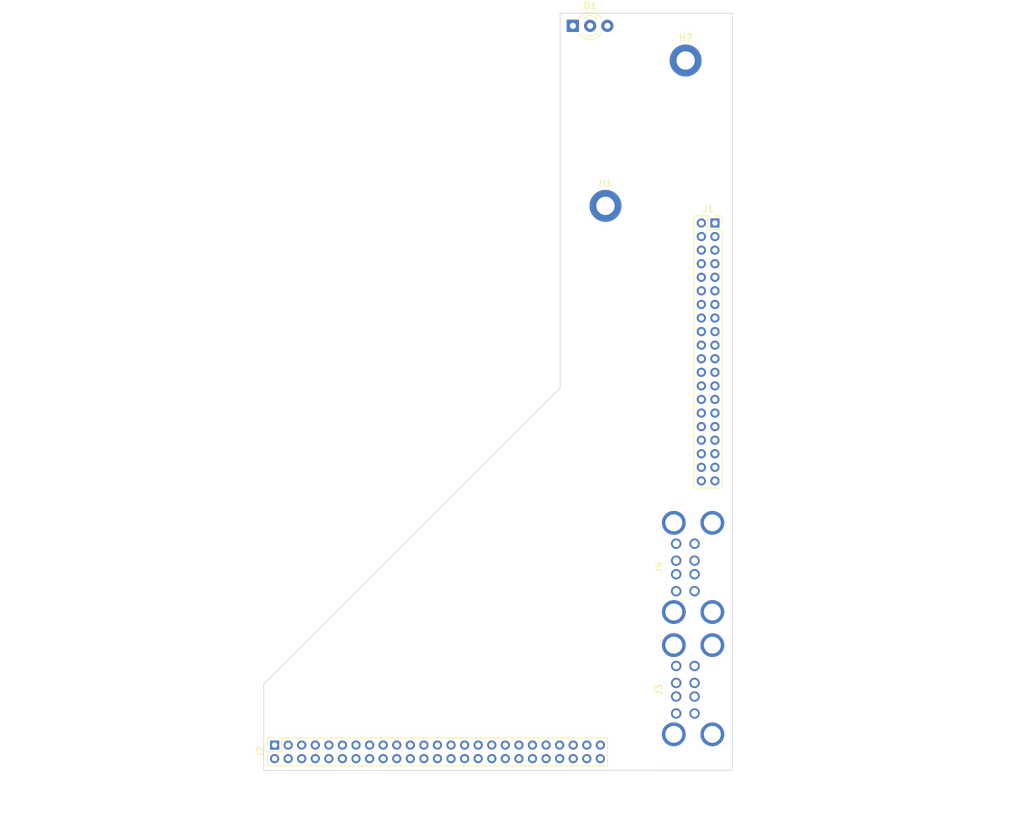
<source format=kicad_pcb>
(kicad_pcb (version 20171130) (host pcbnew "(5.1.5)-3")

  (general
    (thickness 1.6)
    (drawings 7)
    (tracks 0)
    (zones 0)
    (modules 7)
    (nets 43)
  )

  (page A4)
  (layers
    (0 F.Cu signal)
    (31 B.Cu signal)
    (32 B.Adhes user)
    (33 F.Adhes user)
    (34 B.Paste user)
    (35 F.Paste user)
    (36 B.SilkS user)
    (37 F.SilkS user)
    (38 B.Mask user)
    (39 F.Mask user)
    (40 Dwgs.User user)
    (41 Cmts.User user)
    (42 Eco1.User user)
    (43 Eco2.User user)
    (44 Edge.Cuts user)
    (45 Margin user)
    (46 B.CrtYd user)
    (47 F.CrtYd user)
    (48 B.Fab user)
    (49 F.Fab user)
  )

  (setup
    (last_trace_width 0.25)
    (trace_clearance 0.2)
    (zone_clearance 0.508)
    (zone_45_only no)
    (trace_min 0.2)
    (via_size 0.8)
    (via_drill 0.4)
    (via_min_size 0.4)
    (via_min_drill 0.3)
    (uvia_size 0.3)
    (uvia_drill 0.1)
    (uvias_allowed no)
    (uvia_min_size 0.2)
    (uvia_min_drill 0.1)
    (edge_width 0.05)
    (segment_width 0.2)
    (pcb_text_width 0.3)
    (pcb_text_size 1.5 1.5)
    (mod_edge_width 0.12)
    (mod_text_size 1 1)
    (mod_text_width 0.15)
    (pad_size 1.524 1.524)
    (pad_drill 0.762)
    (pad_to_mask_clearance 0.051)
    (solder_mask_min_width 0.25)
    (aux_axis_origin 0 0)
    (visible_elements 7FFFFFFF)
    (pcbplotparams
      (layerselection 0x010fc_ffffffff)
      (usegerberextensions false)
      (usegerberattributes false)
      (usegerberadvancedattributes false)
      (creategerberjobfile false)
      (excludeedgelayer true)
      (linewidth 0.100000)
      (plotframeref false)
      (viasonmask false)
      (mode 1)
      (useauxorigin false)
      (hpglpennumber 1)
      (hpglpenspeed 20)
      (hpglpendiameter 15.000000)
      (psnegative false)
      (psa4output false)
      (plotreference true)
      (plotvalue true)
      (plotinvisibletext false)
      (padsonsilk false)
      (subtractmaskfromsilk false)
      (outputformat 1)
      (mirror false)
      (drillshape 1)
      (scaleselection 1)
      (outputdirectory ""))
  )

  (net 0 "")
  (net 1 LED_PWR)
  (net 2 GND)
  (net 3 LED_CHRG)
  (net 4 +3V3)
  (net 5 +5V)
  (net 6 GPIO2)
  (net 7 GPIO3)
  (net 8 GPIO4)
  (net 9 GPIO14)
  (net 10 GPIO15)
  (net 11 GPIO17)
  (net 12 GPIO18)
  (net 13 GPIO27)
  (net 14 GPIO22)
  (net 15 GPIO23)
  (net 16 GPIO24)
  (net 17 GPIO10)
  (net 18 GPIO9)
  (net 19 GPIO25)
  (net 20 GPIO11)
  (net 21 GPIO8)
  (net 22 GPIO7)
  (net 23 GPIO0)
  (net 24 GPIO1)
  (net 25 GPIO5)
  (net 26 GPIO6)
  (net 27 GPIO12)
  (net 28 GPIO13)
  (net 29 GPIO19)
  (net 30 GPIO16)
  (net 31 GPIO26)
  (net 32 GPIO20)
  (net 33 GPIO21)
  (net 34 GNDD)
  (net 35 USB0_DN)
  (net 36 USB0_DP)
  (net 37 USB1_DN)
  (net 38 USB1_DP)
  (net 39 USB2_DN)
  (net 40 USB2_DP)
  (net 41 USB3_DN)
  (net 42 USB3_DP)

  (net_class Default "This is the default net class."
    (clearance 0.2)
    (trace_width 0.25)
    (via_dia 0.8)
    (via_drill 0.4)
    (uvia_dia 0.3)
    (uvia_drill 0.1)
    (add_net +3V3)
    (add_net +5V)
    (add_net GND)
    (add_net GNDD)
    (add_net GPIO0)
    (add_net GPIO1)
    (add_net GPIO10)
    (add_net GPIO11)
    (add_net GPIO12)
    (add_net GPIO13)
    (add_net GPIO14)
    (add_net GPIO15)
    (add_net GPIO16)
    (add_net GPIO17)
    (add_net GPIO18)
    (add_net GPIO19)
    (add_net GPIO2)
    (add_net GPIO20)
    (add_net GPIO21)
    (add_net GPIO22)
    (add_net GPIO23)
    (add_net GPIO24)
    (add_net GPIO25)
    (add_net GPIO26)
    (add_net GPIO27)
    (add_net GPIO3)
    (add_net GPIO4)
    (add_net GPIO5)
    (add_net GPIO6)
    (add_net GPIO7)
    (add_net GPIO8)
    (add_net GPIO9)
    (add_net LED_CHRG)
    (add_net LED_PWR)
    (add_net USB0_DN)
    (add_net USB0_DP)
    (add_net USB1_DN)
    (add_net USB1_DP)
    (add_net USB2_DN)
    (add_net USB2_DP)
    (add_net USB3_DN)
    (add_net USB3_DP)
  )

  (module Socket_Strips:Socket_Strip_Straight_2x20_Pitch2.00mm (layer F.Cu) (tedit 58CD5450) (tstamp 5E502B17)
    (at 175.26 55.9968)
    (descr "Through hole straight socket strip, 2x20, 2.00mm pitch, double rows")
    (tags "Through hole socket strip THT 2x20 2.00mm double row")
    (path /5E560C00)
    (fp_text reference J1 (at -1 -2.06) (layer F.SilkS)
      (effects (font (size 1 1) (thickness 0.15)))
    )
    (fp_text value "Pi 40pin out" (at -1 40.06) (layer F.Fab)
      (effects (font (size 1 1) (thickness 0.15)))
    )
    (fp_line (start -3 -1) (end -3 39) (layer F.Fab) (width 0.1))
    (fp_line (start -3 39) (end 1 39) (layer F.Fab) (width 0.1))
    (fp_line (start 1 39) (end 1 -1) (layer F.Fab) (width 0.1))
    (fp_line (start 1 -1) (end -3 -1) (layer F.Fab) (width 0.1))
    (fp_line (start 1.06 1) (end 1.06 39.06) (layer F.SilkS) (width 0.12))
    (fp_line (start 1.06 39.06) (end -3.06 39.06) (layer F.SilkS) (width 0.12))
    (fp_line (start -3.06 39.06) (end -3.06 -1.06) (layer F.SilkS) (width 0.12))
    (fp_line (start -3.06 -1.06) (end -1 -1.06) (layer F.SilkS) (width 0.12))
    (fp_line (start -1 -1.06) (end -1 1) (layer F.SilkS) (width 0.12))
    (fp_line (start -1 1) (end 1.06 1) (layer F.SilkS) (width 0.12))
    (fp_line (start 1.06 0) (end 1.06 -1.06) (layer F.SilkS) (width 0.12))
    (fp_line (start 1.06 -1.06) (end 0.06 -1.06) (layer F.SilkS) (width 0.12))
    (fp_line (start -3.5 -1.5) (end -3.5 39.5) (layer F.CrtYd) (width 0.05))
    (fp_line (start -3.5 39.5) (end 1.5 39.5) (layer F.CrtYd) (width 0.05))
    (fp_line (start 1.5 39.5) (end 1.5 -1.5) (layer F.CrtYd) (width 0.05))
    (fp_line (start 1.5 -1.5) (end -3.5 -1.5) (layer F.CrtYd) (width 0.05))
    (fp_text user %R (at -1 -2.06) (layer F.Fab)
      (effects (font (size 1 1) (thickness 0.15)))
    )
    (pad 1 thru_hole rect (at 0 0) (size 1.35 1.35) (drill 0.8) (layers *.Cu *.Mask)
      (net 4 +3V3))
    (pad 2 thru_hole oval (at -2 0) (size 1.35 1.35) (drill 0.8) (layers *.Cu *.Mask)
      (net 5 +5V))
    (pad 3 thru_hole oval (at 0 2) (size 1.35 1.35) (drill 0.8) (layers *.Cu *.Mask)
      (net 6 GPIO2))
    (pad 4 thru_hole oval (at -2 2) (size 1.35 1.35) (drill 0.8) (layers *.Cu *.Mask)
      (net 5 +5V))
    (pad 5 thru_hole oval (at 0 4) (size 1.35 1.35) (drill 0.8) (layers *.Cu *.Mask)
      (net 7 GPIO3))
    (pad 6 thru_hole oval (at -2 4) (size 1.35 1.35) (drill 0.8) (layers *.Cu *.Mask)
      (net 2 GND))
    (pad 7 thru_hole oval (at 0 6) (size 1.35 1.35) (drill 0.8) (layers *.Cu *.Mask)
      (net 8 GPIO4))
    (pad 8 thru_hole oval (at -2 6) (size 1.35 1.35) (drill 0.8) (layers *.Cu *.Mask)
      (net 9 GPIO14))
    (pad 9 thru_hole oval (at 0 8) (size 1.35 1.35) (drill 0.8) (layers *.Cu *.Mask)
      (net 2 GND))
    (pad 10 thru_hole oval (at -2 8) (size 1.35 1.35) (drill 0.8) (layers *.Cu *.Mask)
      (net 10 GPIO15))
    (pad 11 thru_hole oval (at 0 10) (size 1.35 1.35) (drill 0.8) (layers *.Cu *.Mask)
      (net 11 GPIO17))
    (pad 12 thru_hole oval (at -2 10) (size 1.35 1.35) (drill 0.8) (layers *.Cu *.Mask)
      (net 12 GPIO18))
    (pad 13 thru_hole oval (at 0 12) (size 1.35 1.35) (drill 0.8) (layers *.Cu *.Mask)
      (net 13 GPIO27))
    (pad 14 thru_hole oval (at -2 12) (size 1.35 1.35) (drill 0.8) (layers *.Cu *.Mask)
      (net 2 GND))
    (pad 15 thru_hole oval (at 0 14) (size 1.35 1.35) (drill 0.8) (layers *.Cu *.Mask)
      (net 14 GPIO22))
    (pad 16 thru_hole oval (at -2 14) (size 1.35 1.35) (drill 0.8) (layers *.Cu *.Mask)
      (net 15 GPIO23))
    (pad 17 thru_hole oval (at 0 16) (size 1.35 1.35) (drill 0.8) (layers *.Cu *.Mask)
      (net 4 +3V3))
    (pad 18 thru_hole oval (at -2 16) (size 1.35 1.35) (drill 0.8) (layers *.Cu *.Mask)
      (net 16 GPIO24))
    (pad 19 thru_hole oval (at 0 18) (size 1.35 1.35) (drill 0.8) (layers *.Cu *.Mask)
      (net 17 GPIO10))
    (pad 20 thru_hole oval (at -2 18) (size 1.35 1.35) (drill 0.8) (layers *.Cu *.Mask)
      (net 2 GND))
    (pad 21 thru_hole oval (at 0 20) (size 1.35 1.35) (drill 0.8) (layers *.Cu *.Mask)
      (net 18 GPIO9))
    (pad 22 thru_hole oval (at -2 20) (size 1.35 1.35) (drill 0.8) (layers *.Cu *.Mask)
      (net 19 GPIO25))
    (pad 23 thru_hole oval (at 0 22) (size 1.35 1.35) (drill 0.8) (layers *.Cu *.Mask)
      (net 20 GPIO11))
    (pad 24 thru_hole oval (at -2 22) (size 1.35 1.35) (drill 0.8) (layers *.Cu *.Mask)
      (net 21 GPIO8))
    (pad 25 thru_hole oval (at 0 24) (size 1.35 1.35) (drill 0.8) (layers *.Cu *.Mask)
      (net 2 GND))
    (pad 26 thru_hole oval (at -2 24) (size 1.35 1.35) (drill 0.8) (layers *.Cu *.Mask)
      (net 22 GPIO7))
    (pad 27 thru_hole oval (at 0 26) (size 1.35 1.35) (drill 0.8) (layers *.Cu *.Mask)
      (net 23 GPIO0))
    (pad 28 thru_hole oval (at -2 26) (size 1.35 1.35) (drill 0.8) (layers *.Cu *.Mask)
      (net 24 GPIO1))
    (pad 29 thru_hole oval (at 0 28) (size 1.35 1.35) (drill 0.8) (layers *.Cu *.Mask)
      (net 25 GPIO5))
    (pad 30 thru_hole oval (at -2 28) (size 1.35 1.35) (drill 0.8) (layers *.Cu *.Mask)
      (net 2 GND))
    (pad 31 thru_hole oval (at 0 30) (size 1.35 1.35) (drill 0.8) (layers *.Cu *.Mask)
      (net 26 GPIO6))
    (pad 32 thru_hole oval (at -2 30) (size 1.35 1.35) (drill 0.8) (layers *.Cu *.Mask)
      (net 27 GPIO12))
    (pad 33 thru_hole oval (at 0 32) (size 1.35 1.35) (drill 0.8) (layers *.Cu *.Mask)
      (net 28 GPIO13))
    (pad 34 thru_hole oval (at -2 32) (size 1.35 1.35) (drill 0.8) (layers *.Cu *.Mask)
      (net 2 GND))
    (pad 35 thru_hole oval (at 0 34) (size 1.35 1.35) (drill 0.8) (layers *.Cu *.Mask)
      (net 29 GPIO19))
    (pad 36 thru_hole oval (at -2 34) (size 1.35 1.35) (drill 0.8) (layers *.Cu *.Mask)
      (net 30 GPIO16))
    (pad 37 thru_hole oval (at 0 36) (size 1.35 1.35) (drill 0.8) (layers *.Cu *.Mask)
      (net 31 GPIO26))
    (pad 38 thru_hole oval (at -2 36) (size 1.35 1.35) (drill 0.8) (layers *.Cu *.Mask)
      (net 32 GPIO20))
    (pad 39 thru_hole oval (at 0 38) (size 1.35 1.35) (drill 0.8) (layers *.Cu *.Mask)
      (net 2 GND))
    (pad 40 thru_hole oval (at -2 38) (size 1.35 1.35) (drill 0.8) (layers *.Cu *.Mask)
      (net 33 GPIO21))
    (model ${KISYS3DMOD}/Socket_Strips.3dshapes/Socket_Strip_Straight_2x20_Pitch2.00mm.wrl
      (at (xyz 0 0 0))
      (scale (xyz 1 1 1))
      (rotate (xyz 0 0 0))
    )
  )

  (module PiMate300_right:USB_A_Double_Stack (layer F.Cu) (tedit 5E504A95) (tstamp 5E504F10)
    (at 174.879 106.7448 90)
    (path /5E695874)
    (fp_text reference J4 (at 0 -7.9 90) (layer F.SilkS)
      (effects (font (size 1 1) (thickness 0.15)))
    )
    (fp_text value DoubleStackUsb (at -0.05 -9.45 90) (layer F.Fab)
      (effects (font (size 1 1) (thickness 0.15)))
    )
    (fp_line (start -6.95 10.8) (end -8.45 10.8) (layer F.CrtYd) (width 0.12))
    (fp_line (start 6.95 10.8) (end 8.45 10.8) (layer F.CrtYd) (width 0.12))
    (fp_line (start -6.95 10.8) (end -6.95 -6.5) (layer F.CrtYd) (width 0.12))
    (fp_line (start 6.95 10.8) (end -6.95 10.8) (layer F.CrtYd) (width 0.12))
    (fp_line (start 6.95 -6.5) (end 6.95 10.8) (layer F.CrtYd) (width 0.12))
    (fp_line (start -6.95 -6.5) (end 6.95 -6.5) (layer F.CrtYd) (width 0.12))
    (pad 9 thru_hole circle (at 6.57 -5.68 90) (size 3.5 3.5) (drill 2.5) (layers *.Cu *.Mask)
      (net 2 GND))
    (pad 9 thru_hole circle (at 6.57 0 90) (size 3.5 3.5) (drill 2.5) (layers *.Cu *.Mask)
      (net 2 GND))
    (pad 9 thru_hole circle (at -6.57 0 90) (size 3.5 3.5) (drill 2.5) (layers *.Cu *.Mask)
      (net 2 GND))
    (pad 9 thru_hole circle (at -6.57 -5.68 90) (size 3.5 3.5) (drill 2.5) (layers *.Cu *.Mask)
      (net 2 GND))
    (pad 8 thru_hole circle (at 3.5 -2.62 90) (size 1.524 1.524) (drill 1) (layers *.Cu *.Mask)
      (net 2 GND))
    (pad 7 thru_hole circle (at 1 -2.62 90) (size 1.524 1.524) (drill 1) (layers *.Cu *.Mask)
      (net 42 USB3_DP))
    (pad 6 thru_hole circle (at -1 -2.62 90) (size 1.524 1.524) (drill 1) (layers *.Cu *.Mask)
      (net 41 USB3_DN))
    (pad 5 thru_hole circle (at -3.5 -2.62 90) (size 1.524 1.524) (drill 1) (layers *.Cu *.Mask)
      (net 5 +5V))
    (pad 4 thru_hole circle (at 3.5 -5.33 90) (size 1.524 1.524) (drill 1) (layers *.Cu *.Mask)
      (net 2 GND))
    (pad 3 thru_hole circle (at 1 -5.33 90) (size 1.524 1.524) (drill 1) (layers *.Cu *.Mask)
      (net 40 USB2_DP))
    (pad 2 thru_hole circle (at -1 -5.33 90) (size 1.524 1.524) (drill 1) (layers *.Cu *.Mask)
      (net 39 USB2_DN))
    (pad 1 thru_hole circle (at -3.5 -5.33 90) (size 1.524 1.524) (drill 1) (layers *.Cu *.Mask)
      (net 5 +5V))
  )

  (module PiMate300_right:USB_A_Double_Stack (layer F.Cu) (tedit 5E504A95) (tstamp 5E504F4F)
    (at 174.879 124.7648 90)
    (path /5E694C7F)
    (fp_text reference J3 (at 0 -7.9 90) (layer F.SilkS)
      (effects (font (size 1 1) (thickness 0.15)))
    )
    (fp_text value DoubleStackUsb (at -0.05 -9.45 90) (layer F.Fab)
      (effects (font (size 1 1) (thickness 0.15)))
    )
    (fp_line (start -6.95 10.8) (end -8.45 10.8) (layer F.CrtYd) (width 0.12))
    (fp_line (start 6.95 10.8) (end 8.45 10.8) (layer F.CrtYd) (width 0.12))
    (fp_line (start -6.95 10.8) (end -6.95 -6.5) (layer F.CrtYd) (width 0.12))
    (fp_line (start 6.95 10.8) (end -6.95 10.8) (layer F.CrtYd) (width 0.12))
    (fp_line (start 6.95 -6.5) (end 6.95 10.8) (layer F.CrtYd) (width 0.12))
    (fp_line (start -6.95 -6.5) (end 6.95 -6.5) (layer F.CrtYd) (width 0.12))
    (pad 9 thru_hole circle (at 6.57 -5.68 90) (size 3.5 3.5) (drill 2.5) (layers *.Cu *.Mask)
      (net 2 GND))
    (pad 9 thru_hole circle (at 6.57 0 90) (size 3.5 3.5) (drill 2.5) (layers *.Cu *.Mask)
      (net 2 GND))
    (pad 9 thru_hole circle (at -6.57 0 90) (size 3.5 3.5) (drill 2.5) (layers *.Cu *.Mask)
      (net 2 GND))
    (pad 9 thru_hole circle (at -6.57 -5.68 90) (size 3.5 3.5) (drill 2.5) (layers *.Cu *.Mask)
      (net 2 GND))
    (pad 8 thru_hole circle (at 3.5 -2.62 90) (size 1.524 1.524) (drill 1) (layers *.Cu *.Mask)
      (net 2 GND))
    (pad 7 thru_hole circle (at 1 -2.62 90) (size 1.524 1.524) (drill 1) (layers *.Cu *.Mask)
      (net 38 USB1_DP))
    (pad 6 thru_hole circle (at -1 -2.62 90) (size 1.524 1.524) (drill 1) (layers *.Cu *.Mask)
      (net 37 USB1_DN))
    (pad 5 thru_hole circle (at -3.5 -2.62 90) (size 1.524 1.524) (drill 1) (layers *.Cu *.Mask)
      (net 5 +5V))
    (pad 4 thru_hole circle (at 3.5 -5.33 90) (size 1.524 1.524) (drill 1) (layers *.Cu *.Mask)
      (net 2 GND))
    (pad 3 thru_hole circle (at 1 -5.33 90) (size 1.524 1.524) (drill 1) (layers *.Cu *.Mask)
      (net 36 USB0_DP))
    (pad 2 thru_hole circle (at -1 -5.33 90) (size 1.524 1.524) (drill 1) (layers *.Cu *.Mask)
      (net 35 USB0_DN))
    (pad 1 thru_hole circle (at -3.5 -5.33 90) (size 1.524 1.524) (drill 1) (layers *.Cu *.Mask)
      (net 5 +5V))
  )

  (module Mounting_Holes:MountingHole_2.7mm_M2.5_DIN965_Pad (layer F.Cu) (tedit 56D1B4CB) (tstamp 5E5033C5)
    (at 170.942 32.0548)
    (descr "Mounting Hole 2.7mm, M2.5, DIN965")
    (tags "mounting hole 2.7mm m2.5 din965")
    (path /5E66D5EE)
    (attr virtual)
    (fp_text reference H2 (at 0 -3.35) (layer F.SilkS)
      (effects (font (size 1 1) (thickness 0.15)))
    )
    (fp_text value MountingHole_Pad (at 0 3.35) (layer F.Fab)
      (effects (font (size 1 1) (thickness 0.15)))
    )
    (fp_text user %R (at 0.3 0) (layer F.Fab)
      (effects (font (size 1 1) (thickness 0.15)))
    )
    (fp_circle (center 0 0) (end 2.35 0) (layer Cmts.User) (width 0.15))
    (fp_circle (center 0 0) (end 2.6 0) (layer F.CrtYd) (width 0.05))
    (pad 1 thru_hole circle (at 0 0) (size 4.7 4.7) (drill 2.7) (layers *.Cu *.Mask)
      (net 2 GND))
  )

  (module Mounting_Holes:MountingHole_2.7mm_M2.5_DIN965_Pad (layer F.Cu) (tedit 56D1B4CB) (tstamp 5E5033C2)
    (at 159.131 53.467)
    (descr "Mounting Hole 2.7mm, M2.5, DIN965")
    (tags "mounting hole 2.7mm m2.5 din965")
    (path /5E66D982)
    (attr virtual)
    (fp_text reference H1 (at 0 -3.35) (layer F.SilkS)
      (effects (font (size 1 1) (thickness 0.15)))
    )
    (fp_text value MountingHole_Pad (at 0 3.35) (layer F.Fab)
      (effects (font (size 1 1) (thickness 0.15)))
    )
    (fp_text user %R (at 0.3 0) (layer F.Fab)
      (effects (font (size 1 1) (thickness 0.15)))
    )
    (fp_circle (center 0 0) (end 2.35 0) (layer Cmts.User) (width 0.15))
    (fp_circle (center 0 0) (end 2.6 0) (layer F.CrtYd) (width 0.05))
    (pad 1 thru_hole circle (at 0 0) (size 4.7 4.7) (drill 2.7) (layers *.Cu *.Mask)
      (net 2 GND))
  )

  (module Socket_Strips:Socket_Strip_Straight_2x25_Pitch2.00mm locked (layer F.Cu) (tedit 58CD5451) (tstamp 5E502D21)
    (at 110.3782 132.9182 90)
    (descr "Through hole straight socket strip, 2x25, 2.00mm pitch, double rows")
    (tags "Through hole socket strip THT 2x25 2.00mm double row")
    (path /5E52EF81)
    (fp_text reference J2 (at -1 -2.06 90) (layer F.SilkS)
      (effects (font (size 1 1) (thickness 0.15)))
    )
    (fp_text value Bridge_Con (at -1 50.06 90) (layer F.Fab)
      (effects (font (size 1 1) (thickness 0.15)))
    )
    (fp_line (start -3 -1) (end -3 49) (layer F.Fab) (width 0.1))
    (fp_line (start -3 49) (end 1 49) (layer F.Fab) (width 0.1))
    (fp_line (start 1 49) (end 1 -1) (layer F.Fab) (width 0.1))
    (fp_line (start 1 -1) (end -3 -1) (layer F.Fab) (width 0.1))
    (fp_line (start 1.06 1) (end 1.06 49.06) (layer F.SilkS) (width 0.12))
    (fp_line (start 1.06 49.06) (end -3.06 49.06) (layer F.SilkS) (width 0.12))
    (fp_line (start -3.06 49.06) (end -3.06 -1.06) (layer F.SilkS) (width 0.12))
    (fp_line (start -3.06 -1.06) (end -1 -1.06) (layer F.SilkS) (width 0.12))
    (fp_line (start -1 -1.06) (end -1 1) (layer F.SilkS) (width 0.12))
    (fp_line (start -1 1) (end 1.06 1) (layer F.SilkS) (width 0.12))
    (fp_line (start 1.06 0) (end 1.06 -1.06) (layer F.SilkS) (width 0.12))
    (fp_line (start 1.06 -1.06) (end 0.06 -1.06) (layer F.SilkS) (width 0.12))
    (fp_line (start -3.5 -1.5) (end -3.5 49.5) (layer F.CrtYd) (width 0.05))
    (fp_line (start -3.5 49.5) (end 1.5 49.5) (layer F.CrtYd) (width 0.05))
    (fp_line (start 1.5 49.5) (end 1.5 -1.5) (layer F.CrtYd) (width 0.05))
    (fp_line (start 1.5 -1.5) (end -3.5 -1.5) (layer F.CrtYd) (width 0.05))
    (fp_text user %R (at -1 -2.06 90) (layer F.Fab)
      (effects (font (size 1 1) (thickness 0.15)))
    )
    (pad 1 thru_hole rect (at 0 0 90) (size 1.35 1.35) (drill 0.8) (layers *.Cu *.Mask)
      (net 5 +5V))
    (pad 2 thru_hole oval (at -2 0 90) (size 1.35 1.35) (drill 0.8) (layers *.Cu *.Mask)
      (net 4 +3V3))
    (pad 3 thru_hole oval (at 0 2 90) (size 1.35 1.35) (drill 0.8) (layers *.Cu *.Mask)
      (net 5 +5V))
    (pad 4 thru_hole oval (at -2 2 90) (size 1.35 1.35) (drill 0.8) (layers *.Cu *.Mask)
      (net 4 +3V3))
    (pad 5 thru_hole oval (at 0 4 90) (size 1.35 1.35) (drill 0.8) (layers *.Cu *.Mask)
      (net 5 +5V))
    (pad 6 thru_hole oval (at -2 4 90) (size 1.35 1.35) (drill 0.8) (layers *.Cu *.Mask)
      (net 2 GND))
    (pad 7 thru_hole oval (at 0 6 90) (size 1.35 1.35) (drill 0.8) (layers *.Cu *.Mask)
      (net 5 +5V))
    (pad 8 thru_hole oval (at -2 6 90) (size 1.35 1.35) (drill 0.8) (layers *.Cu *.Mask)
      (net 2 GND))
    (pad 9 thru_hole oval (at 0 8 90) (size 1.35 1.35) (drill 0.8) (layers *.Cu *.Mask)
      (net 5 +5V))
    (pad 10 thru_hole oval (at -2 8 90) (size 1.35 1.35) (drill 0.8) (layers *.Cu *.Mask)
      (net 2 GND))
    (pad 11 thru_hole oval (at 0 10 90) (size 1.35 1.35) (drill 0.8) (layers *.Cu *.Mask)
      (net 6 GPIO2))
    (pad 12 thru_hole oval (at -2 10 90) (size 1.35 1.35) (drill 0.8) (layers *.Cu *.Mask)
      (net 9 GPIO14))
    (pad 13 thru_hole oval (at 0 12 90) (size 1.35 1.35) (drill 0.8) (layers *.Cu *.Mask)
      (net 7 GPIO3))
    (pad 14 thru_hole oval (at -2 12 90) (size 1.35 1.35) (drill 0.8) (layers *.Cu *.Mask)
      (net 10 GPIO15))
    (pad 15 thru_hole oval (at 0 14 90) (size 1.35 1.35) (drill 0.8) (layers *.Cu *.Mask)
      (net 8 GPIO4))
    (pad 16 thru_hole oval (at -2 14 90) (size 1.35 1.35) (drill 0.8) (layers *.Cu *.Mask)
      (net 12 GPIO18))
    (pad 17 thru_hole oval (at 0 16 90) (size 1.35 1.35) (drill 0.8) (layers *.Cu *.Mask)
      (net 11 GPIO17))
    (pad 18 thru_hole oval (at -2 16 90) (size 1.35 1.35) (drill 0.8) (layers *.Cu *.Mask)
      (net 15 GPIO23))
    (pad 19 thru_hole oval (at 0 18 90) (size 1.35 1.35) (drill 0.8) (layers *.Cu *.Mask)
      (net 13 GPIO27))
    (pad 20 thru_hole oval (at -2 18 90) (size 1.35 1.35) (drill 0.8) (layers *.Cu *.Mask)
      (net 16 GPIO24))
    (pad 21 thru_hole oval (at 0 20 90) (size 1.35 1.35) (drill 0.8) (layers *.Cu *.Mask)
      (net 14 GPIO22))
    (pad 22 thru_hole oval (at -2 20 90) (size 1.35 1.35) (drill 0.8) (layers *.Cu *.Mask)
      (net 19 GPIO25))
    (pad 23 thru_hole oval (at 0 22 90) (size 1.35 1.35) (drill 0.8) (layers *.Cu *.Mask)
      (net 17 GPIO10))
    (pad 24 thru_hole oval (at -2 22 90) (size 1.35 1.35) (drill 0.8) (layers *.Cu *.Mask)
      (net 21 GPIO8))
    (pad 25 thru_hole oval (at 0 24 90) (size 1.35 1.35) (drill 0.8) (layers *.Cu *.Mask)
      (net 18 GPIO9))
    (pad 26 thru_hole oval (at -2 24 90) (size 1.35 1.35) (drill 0.8) (layers *.Cu *.Mask)
      (net 22 GPIO7))
    (pad 27 thru_hole oval (at 0 26 90) (size 1.35 1.35) (drill 0.8) (layers *.Cu *.Mask)
      (net 20 GPIO11))
    (pad 28 thru_hole oval (at -2 26 90) (size 1.35 1.35) (drill 0.8) (layers *.Cu *.Mask)
      (net 24 GPIO1))
    (pad 29 thru_hole oval (at 0 28 90) (size 1.35 1.35) (drill 0.8) (layers *.Cu *.Mask)
      (net 23 GPIO0))
    (pad 30 thru_hole oval (at -2 28 90) (size 1.35 1.35) (drill 0.8) (layers *.Cu *.Mask)
      (net 27 GPIO12))
    (pad 31 thru_hole oval (at 0 30 90) (size 1.35 1.35) (drill 0.8) (layers *.Cu *.Mask)
      (net 25 GPIO5))
    (pad 32 thru_hole oval (at -2 30 90) (size 1.35 1.35) (drill 0.8) (layers *.Cu *.Mask)
      (net 30 GPIO16))
    (pad 33 thru_hole oval (at 0 32 90) (size 1.35 1.35) (drill 0.8) (layers *.Cu *.Mask)
      (net 26 GPIO6))
    (pad 34 thru_hole oval (at -2 32 90) (size 1.35 1.35) (drill 0.8) (layers *.Cu *.Mask)
      (net 32 GPIO20))
    (pad 35 thru_hole oval (at 0 34 90) (size 1.35 1.35) (drill 0.8) (layers *.Cu *.Mask)
      (net 28 GPIO13))
    (pad 36 thru_hole oval (at -2 34 90) (size 1.35 1.35) (drill 0.8) (layers *.Cu *.Mask)
      (net 33 GPIO21))
    (pad 37 thru_hole oval (at 0 36 90) (size 1.35 1.35) (drill 0.8) (layers *.Cu *.Mask)
      (net 29 GPIO19))
    (pad 38 thru_hole oval (at -2 36 90) (size 1.35 1.35) (drill 0.8) (layers *.Cu *.Mask)
      (net 1 LED_PWR))
    (pad 39 thru_hole oval (at 0 38 90) (size 1.35 1.35) (drill 0.8) (layers *.Cu *.Mask)
      (net 31 GPIO26))
    (pad 40 thru_hole oval (at -2 38 90) (size 1.35 1.35) (drill 0.8) (layers *.Cu *.Mask)
      (net 3 LED_CHRG))
    (pad 41 thru_hole oval (at 0 40 90) (size 1.35 1.35) (drill 0.8) (layers *.Cu *.Mask)
      (net 34 GNDD))
    (pad 42 thru_hole oval (at -2 40 90) (size 1.35 1.35) (drill 0.8) (layers *.Cu *.Mask)
      (net 34 GNDD))
    (pad 43 thru_hole oval (at 0 42 90) (size 1.35 1.35) (drill 0.8) (layers *.Cu *.Mask)
      (net 35 USB0_DN))
    (pad 44 thru_hole oval (at -2 42 90) (size 1.35 1.35) (drill 0.8) (layers *.Cu *.Mask)
      (net 36 USB0_DP))
    (pad 45 thru_hole oval (at 0 44 90) (size 1.35 1.35) (drill 0.8) (layers *.Cu *.Mask)
      (net 37 USB1_DN))
    (pad 46 thru_hole oval (at -2 44 90) (size 1.35 1.35) (drill 0.8) (layers *.Cu *.Mask)
      (net 38 USB1_DP))
    (pad 47 thru_hole oval (at 0 46 90) (size 1.35 1.35) (drill 0.8) (layers *.Cu *.Mask)
      (net 39 USB2_DN))
    (pad 48 thru_hole oval (at -2 46 90) (size 1.35 1.35) (drill 0.8) (layers *.Cu *.Mask)
      (net 40 USB2_DP))
    (pad 49 thru_hole oval (at 0 48 90) (size 1.35 1.35) (drill 0.8) (layers *.Cu *.Mask)
      (net 41 USB3_DN))
    (pad 50 thru_hole oval (at -2 48 90) (size 1.35 1.35) (drill 0.8) (layers *.Cu *.Mask)
      (net 42 USB3_DP))
    (model ${KISYS3DMOD}/Socket_Strips.3dshapes/Socket_Strip_Straight_2x25_Pitch2.00mm.wrl
      (at (xyz 0 0 0))
      (scale (xyz 1 1 1))
      (rotate (xyz 0 0 0))
    )
  )

  (module LEDs:LED_D3.0mm-3 (layer F.Cu) (tedit 587A3A7B) (tstamp 5E502B14)
    (at 154.3304 26.9494)
    (descr "LED, diameter 3.0mm, 2 pins, diameter 3.0mm, 3 pins, http://www.kingbright.com/attachments/file/psearch/000/00/00/L-3VSURKCGKC(Ver.8A).pdf")
    (tags "LED diameter 3.0mm 2 pins diameter 3.0mm 3 pins")
    (path /5E649E51)
    (fp_text reference D1 (at 2.54 -2.96) (layer F.SilkS)
      (effects (font (size 1 1) (thickness 0.15)))
    )
    (fp_text value LED_Dual_ACA (at 2.54 2.96) (layer F.Fab)
      (effects (font (size 1 1) (thickness 0.15)))
    )
    (fp_arc (start 2.54 0) (end 1.04 -1.16619) (angle 284.3) (layer F.Fab) (width 0.1))
    (fp_arc (start 2.54 0) (end 0.98 -1.235516) (angle 108.8) (layer F.SilkS) (width 0.12))
    (fp_arc (start 2.54 0) (end 0.98 1.235516) (angle -108.8) (layer F.SilkS) (width 0.12))
    (fp_arc (start 2.54 0) (end 1.499039 -1.08) (angle 87.9) (layer F.SilkS) (width 0.12))
    (fp_arc (start 2.54 0) (end 1.499039 1.08) (angle -87.9) (layer F.SilkS) (width 0.12))
    (fp_circle (center 2.54 0) (end 4.04 0) (layer F.Fab) (width 0.1))
    (fp_line (start 1.04 -1.16619) (end 1.04 1.16619) (layer F.Fab) (width 0.1))
    (fp_line (start 0.98 -1.236) (end 0.98 -1.08) (layer F.SilkS) (width 0.12))
    (fp_line (start 0.98 1.08) (end 0.98 1.236) (layer F.SilkS) (width 0.12))
    (fp_line (start -1.15 -2.25) (end -1.15 2.25) (layer F.CrtYd) (width 0.05))
    (fp_line (start -1.15 2.25) (end 6.25 2.25) (layer F.CrtYd) (width 0.05))
    (fp_line (start 6.25 2.25) (end 6.25 -2.25) (layer F.CrtYd) (width 0.05))
    (fp_line (start 6.25 -2.25) (end -1.15 -2.25) (layer F.CrtYd) (width 0.05))
    (pad 1 thru_hole rect (at 0 0) (size 1.8 1.8) (drill 0.9) (layers *.Cu *.Mask)
      (net 1 LED_PWR))
    (pad 2 thru_hole circle (at 2.54 0) (size 1.8 1.8) (drill 0.9) (layers *.Cu *.Mask)
      (net 2 GND))
    (pad 3 thru_hole circle (at 5.08 0) (size 1.8 1.8) (drill 0.9) (layers *.Cu *.Mask)
      (net 3 LED_CHRG))
    (model ${KISYS3DMOD}/LEDs.3dshapes/LED_D3.0mm-3.wrl
      (at (xyz 0 0 0))
      (scale (xyz 0.393701 0.393701 0.393701))
      (rotate (xyz 0 0 0))
    )
  )

  (gr_text "Bottom edge of PCB Right is 44.575mm from bottom edge of existing board (1.755 inches)\n\nPCMCIA opening is 31.75 mm (1.25\") from bottom of board, so bottom edge of this board is already 12.7mm (.5\") into opening.\n" (at 145.3642 142.0368) (layer Cmts.User)
    (effects (font (size 1.5 1.5) (thickness 0.3)))
  )
  (gr_line (start 108.7628 123.952) (end 152.4508 80.3148) (layer Edge.Cuts) (width 0.1))
  (gr_line (start 152.4508 80.3148) (end 152.4508 25.0952) (layer Edge.Cuts) (width 0.1) (tstamp 5E502A7E))
  (gr_line (start 108.7758 136.652) (end 108.7758 123.9012) (layer Edge.Cuts) (width 0.1))
  (gr_line (start 177.8508 136.6266) (end 108.7758 136.652) (layer Edge.Cuts) (width 0.1))
  (gr_line (start 177.8508 25.0952) (end 177.8508 136.6012) (layer Edge.Cuts) (width 0.1) (tstamp 5E504F7A))
  (gr_line (start 152.4508 25.0952) (end 177.8508 25.0952) (layer Edge.Cuts) (width 0.1))

)

</source>
